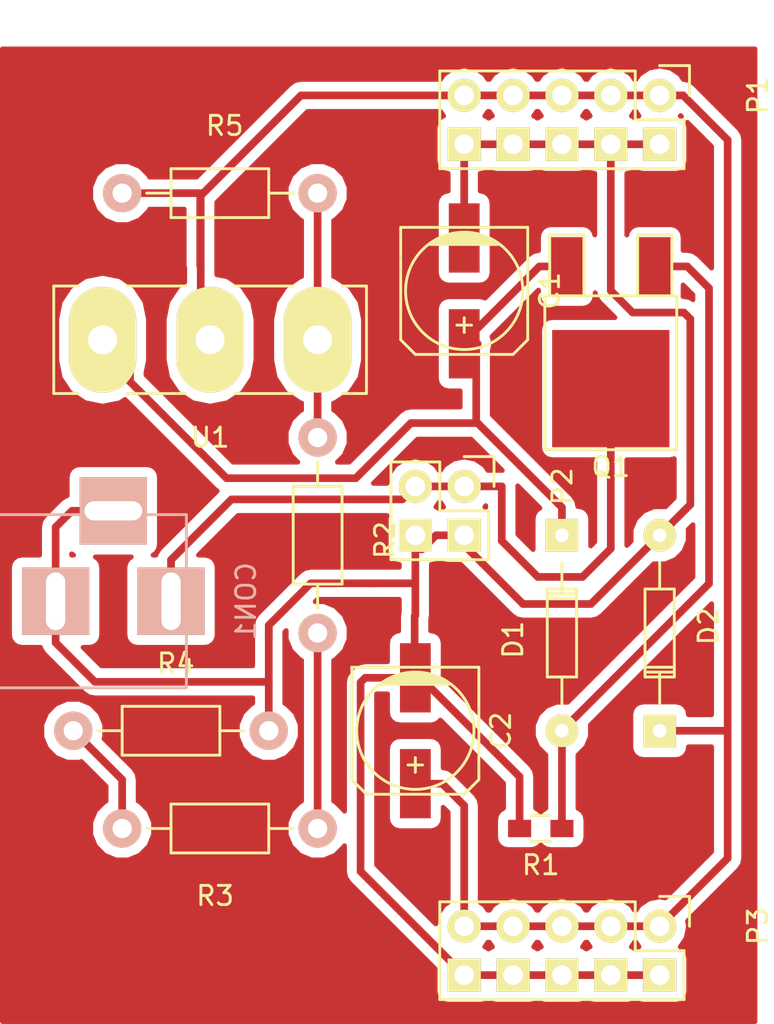
<source format=kicad_pcb>
(kicad_pcb (version 4) (host pcbnew 4.0.2+dfsg1-stable)

  (general
    (links 43)
    (no_connects 1)
    (area 135.684379 74.701666 181.535 128.498333)
    (thickness 1.6)
    (drawings 0)
    (tracks 120)
    (zones 0)
    (modules 15)
    (nets 9)
  )

  (page A4)
  (layers
    (0 F.Cu signal)
    (31 B.Cu signal hide)
    (32 B.Adhes user)
    (33 F.Adhes user)
    (34 B.Paste user)
    (35 F.Paste user)
    (36 B.SilkS user)
    (37 F.SilkS user)
    (38 B.Mask user)
    (39 F.Mask user)
    (40 Dwgs.User user)
    (41 Cmts.User user)
    (42 Eco1.User user)
    (43 Eco2.User user)
    (44 Edge.Cuts user)
    (45 Margin user)
    (46 B.CrtYd user)
    (47 F.CrtYd user)
    (48 B.Fab user)
    (49 F.Fab user)
  )

  (setup
    (last_trace_width 0.4)
    (trace_clearance 0.4)
    (zone_clearance 0.508)
    (zone_45_only no)
    (trace_min 0.2)
    (segment_width 0.2)
    (edge_width 0.15)
    (via_size 0.6)
    (via_drill 0.4)
    (via_min_size 0.4)
    (via_min_drill 0.3)
    (uvia_size 0.3)
    (uvia_drill 0.1)
    (uvias_allowed no)
    (uvia_min_size 0.2)
    (uvia_min_drill 0.1)
    (pcb_text_width 0.3)
    (pcb_text_size 1.5 1.5)
    (mod_edge_width 0.15)
    (mod_text_size 1 1)
    (mod_text_width 0.15)
    (pad_size 1.651 3.048)
    (pad_drill 0)
    (pad_to_mask_clearance 0.2)
    (aux_axis_origin 0 0)
    (visible_elements FFFFFF7F)
    (pcbplotparams
      (layerselection 0x00000_00000001)
      (usegerberextensions false)
      (excludeedgelayer true)
      (linewidth 0.100000)
      (plotframeref false)
      (viasonmask false)
      (mode 1)
      (useauxorigin false)
      (hpglpennumber 1)
      (hpglpenspeed 20)
      (hpglpendiameter 15)
      (hpglpenoverlay 2)
      (psnegative false)
      (psa4output false)
      (plotreference true)
      (plotvalue true)
      (plotinvisibletext false)
      (padsonsilk false)
      (subtractmaskfromsilk false)
      (outputformat 4)
      (mirror true)
      (drillshape 1)
      (scaleselection 1)
      (outputdirectory ""))
  )

  (net 0 "")
  (net 1 "Net-(C1-Pad1)")
  (net 2 GND)
  (net 3 "Net-(C2-Pad1)")
  (net 4 "Net-(D1-Pad2)")
  (net 5 VCC)
  (net 6 "Net-(R2-Pad1)")
  (net 7 "Net-(R2-Pad2)")
  (net 8 "Net-(R3-Pad2)")

  (net_class Default "This is the default net class."
    (clearance 0.4)
    (trace_width 0.4)
    (via_dia 0.6)
    (via_drill 0.4)
    (uvia_dia 0.3)
    (uvia_drill 0.1)
    (add_net GND)
    (add_net "Net-(C1-Pad1)")
    (add_net "Net-(C2-Pad1)")
    (add_net "Net-(D1-Pad2)")
    (add_net "Net-(R2-Pad1)")
    (add_net "Net-(R2-Pad2)")
    (add_net "Net-(R3-Pad2)")
    (add_net VCC)
  )

  (module Capacitors_SMD:c_elec_6.3x5.3 (layer F.Cu) (tedit 55725E31) (tstamp 5AAB3AA7)
    (at 165.1 90.17 270)
    (descr "SMT capacitor, aluminium electrolytic, 6.3x5.3")
    (path /5AA2005A)
    (attr smd)
    (fp_text reference C1 (at 0 -4.445 270) (layer F.SilkS)
      (effects (font (size 1 1) (thickness 0.15)))
    )
    (fp_text value "100 µF" (at 0 4.445 270) (layer F.Fab)
      (effects (font (size 1 1) (thickness 0.15)))
    )
    (fp_line (start -4.85 -3.65) (end 4.85 -3.65) (layer F.CrtYd) (width 0.05))
    (fp_line (start 4.85 -3.65) (end 4.85 3.65) (layer F.CrtYd) (width 0.05))
    (fp_line (start 4.85 3.65) (end -4.85 3.65) (layer F.CrtYd) (width 0.05))
    (fp_line (start -4.85 3.65) (end -4.85 -3.65) (layer F.CrtYd) (width 0.05))
    (fp_line (start -2.921 -0.762) (end -2.921 0.762) (layer F.SilkS) (width 0.15))
    (fp_line (start -2.794 1.143) (end -2.794 -1.143) (layer F.SilkS) (width 0.15))
    (fp_line (start -2.667 -1.397) (end -2.667 1.397) (layer F.SilkS) (width 0.15))
    (fp_line (start -2.54 1.651) (end -2.54 -1.651) (layer F.SilkS) (width 0.15))
    (fp_line (start -2.413 -1.778) (end -2.413 1.778) (layer F.SilkS) (width 0.15))
    (fp_line (start -3.302 -3.302) (end -3.302 3.302) (layer F.SilkS) (width 0.15))
    (fp_line (start -3.302 3.302) (end 2.54 3.302) (layer F.SilkS) (width 0.15))
    (fp_line (start 2.54 3.302) (end 3.302 2.54) (layer F.SilkS) (width 0.15))
    (fp_line (start 3.302 2.54) (end 3.302 -2.54) (layer F.SilkS) (width 0.15))
    (fp_line (start 3.302 -2.54) (end 2.54 -3.302) (layer F.SilkS) (width 0.15))
    (fp_line (start 2.54 -3.302) (end -3.302 -3.302) (layer F.SilkS) (width 0.15))
    (fp_line (start 2.159 0) (end 1.397 0) (layer F.SilkS) (width 0.15))
    (fp_line (start 1.778 -0.381) (end 1.778 0.381) (layer F.SilkS) (width 0.15))
    (fp_circle (center 0 0) (end -3.048 0) (layer F.SilkS) (width 0.15))
    (pad 1 smd rect (at 2.75082 0 270) (size 3.59918 1.6002) (layers F.Cu F.Paste F.Mask)
      (net 1 "Net-(C1-Pad1)"))
    (pad 2 smd rect (at -2.75082 0 270) (size 3.59918 1.6002) (layers F.Cu F.Paste F.Mask)
      (net 2 GND))
    (model Capacitors_SMD.3dshapes/c_elec_6.3x5.3.wrl
      (at (xyz 0 0 0))
      (scale (xyz 1 1 1))
      (rotate (xyz 0 0 0))
    )
  )

  (module Capacitors_SMD:c_elec_6.3x5.3 (layer F.Cu) (tedit 55725E31) (tstamp 5AAB3AAD)
    (at 162.56 113.03 270)
    (descr "SMT capacitor, aluminium electrolytic, 6.3x5.3")
    (path /5AA200EB)
    (attr smd)
    (fp_text reference C2 (at 0 -4.445 270) (layer F.SilkS)
      (effects (font (size 1 1) (thickness 0.15)))
    )
    (fp_text value "100 µF" (at 0 4.445 270) (layer F.Fab)
      (effects (font (size 1 1) (thickness 0.15)))
    )
    (fp_line (start -4.85 -3.65) (end 4.85 -3.65) (layer F.CrtYd) (width 0.05))
    (fp_line (start 4.85 -3.65) (end 4.85 3.65) (layer F.CrtYd) (width 0.05))
    (fp_line (start 4.85 3.65) (end -4.85 3.65) (layer F.CrtYd) (width 0.05))
    (fp_line (start -4.85 3.65) (end -4.85 -3.65) (layer F.CrtYd) (width 0.05))
    (fp_line (start -2.921 -0.762) (end -2.921 0.762) (layer F.SilkS) (width 0.15))
    (fp_line (start -2.794 1.143) (end -2.794 -1.143) (layer F.SilkS) (width 0.15))
    (fp_line (start -2.667 -1.397) (end -2.667 1.397) (layer F.SilkS) (width 0.15))
    (fp_line (start -2.54 1.651) (end -2.54 -1.651) (layer F.SilkS) (width 0.15))
    (fp_line (start -2.413 -1.778) (end -2.413 1.778) (layer F.SilkS) (width 0.15))
    (fp_line (start -3.302 -3.302) (end -3.302 3.302) (layer F.SilkS) (width 0.15))
    (fp_line (start -3.302 3.302) (end 2.54 3.302) (layer F.SilkS) (width 0.15))
    (fp_line (start 2.54 3.302) (end 3.302 2.54) (layer F.SilkS) (width 0.15))
    (fp_line (start 3.302 2.54) (end 3.302 -2.54) (layer F.SilkS) (width 0.15))
    (fp_line (start 3.302 -2.54) (end 2.54 -3.302) (layer F.SilkS) (width 0.15))
    (fp_line (start 2.54 -3.302) (end -3.302 -3.302) (layer F.SilkS) (width 0.15))
    (fp_line (start 2.159 0) (end 1.397 0) (layer F.SilkS) (width 0.15))
    (fp_line (start 1.778 -0.381) (end 1.778 0.381) (layer F.SilkS) (width 0.15))
    (fp_circle (center 0 0) (end -3.048 0) (layer F.SilkS) (width 0.15))
    (pad 1 smd rect (at 2.75082 0 270) (size 3.59918 1.6002) (layers F.Cu F.Paste F.Mask)
      (net 3 "Net-(C2-Pad1)"))
    (pad 2 smd rect (at -2.75082 0 270) (size 3.59918 1.6002) (layers F.Cu F.Paste F.Mask)
      (net 2 GND))
    (model Capacitors_SMD.3dshapes/c_elec_6.3x5.3.wrl
      (at (xyz 0 0 0))
      (scale (xyz 1 1 1))
      (rotate (xyz 0 0 0))
    )
  )

  (module Connect:BARREL_JACK (layer B.Cu) (tedit 0) (tstamp 5AAB3AB4)
    (at 143.66 106.299)
    (descr "DC Barrel Jack")
    (tags "Power Jack")
    (path /5AA7E818)
    (fp_text reference CON1 (at 10.09904 0 270) (layer B.SilkS)
      (effects (font (size 1 1) (thickness 0.15)) (justify mirror))
    )
    (fp_text value BARREL_JACK (at 0 5.99948) (layer B.Fab)
      (effects (font (size 1 1) (thickness 0.15)) (justify mirror))
    )
    (fp_line (start -4.0005 4.50088) (end -4.0005 -4.50088) (layer B.SilkS) (width 0.15))
    (fp_line (start -7.50062 4.50088) (end -7.50062 -4.50088) (layer B.SilkS) (width 0.15))
    (fp_line (start -7.50062 -4.50088) (end 7.00024 -4.50088) (layer B.SilkS) (width 0.15))
    (fp_line (start 7.00024 -4.50088) (end 7.00024 4.50088) (layer B.SilkS) (width 0.15))
    (fp_line (start 7.00024 4.50088) (end -7.50062 4.50088) (layer B.SilkS) (width 0.15))
    (pad 1 thru_hole rect (at 6.20014 0) (size 3.50012 3.50012) (drill oval 1.00076 2.99974) (layers *.Cu *.Mask B.SilkS)
      (net 5 VCC))
    (pad 2 thru_hole rect (at 0.20066 0) (size 3.50012 3.50012) (drill oval 1.00076 2.99974) (layers *.Cu *.Mask B.SilkS)
      (net 2 GND))
    (pad 3 thru_hole rect (at 3.2004 -4.699) (size 3.50012 3.50012) (drill oval 2.99974 1.00076) (layers *.Cu *.Mask B.SilkS)
      (net 2 GND))
  )

  (module Diodes_ThroughHole:Diode_DO-35_SOD27_Horizontal_RM10 (layer F.Cu) (tedit 552FFC30) (tstamp 5AAB3ABA)
    (at 170.177 102.869 270)
    (descr "Diode, DO-35,  SOD27, Horizontal, RM 10mm")
    (tags "Diode, DO-35, SOD27, Horizontal, RM 10mm, 1N4148,")
    (path /5AA1A9A1)
    (fp_text reference D1 (at 5.43052 2.53746 270) (layer F.SilkS)
      (effects (font (size 1 1) (thickness 0.15)))
    )
    (fp_text value ZPD5.1 (at 4.41452 -3.55854 270) (layer F.Fab)
      (effects (font (size 1 1) (thickness 0.15)))
    )
    (fp_line (start 7.36652 -0.00254) (end 8.76352 -0.00254) (layer F.SilkS) (width 0.15))
    (fp_line (start 2.92152 -0.00254) (end 1.39752 -0.00254) (layer F.SilkS) (width 0.15))
    (fp_line (start 3.30252 -0.76454) (end 3.30252 0.75946) (layer F.SilkS) (width 0.15))
    (fp_line (start 3.04852 -0.76454) (end 3.04852 0.75946) (layer F.SilkS) (width 0.15))
    (fp_line (start 2.79452 -0.00254) (end 2.79452 0.75946) (layer F.SilkS) (width 0.15))
    (fp_line (start 2.79452 0.75946) (end 7.36652 0.75946) (layer F.SilkS) (width 0.15))
    (fp_line (start 7.36652 0.75946) (end 7.36652 -0.76454) (layer F.SilkS) (width 0.15))
    (fp_line (start 7.36652 -0.76454) (end 2.79452 -0.76454) (layer F.SilkS) (width 0.15))
    (fp_line (start 2.79452 -0.76454) (end 2.79452 -0.00254) (layer F.SilkS) (width 0.15))
    (pad 2 thru_hole circle (at 10.16052 -0.00254 90) (size 1.69926 1.69926) (drill 0.70104) (layers *.Cu *.Mask F.SilkS)
      (net 4 "Net-(D1-Pad2)"))
    (pad 1 thru_hole rect (at 0.00052 -0.00254 90) (size 1.69926 1.69926) (drill 0.70104) (layers *.Cu *.Mask F.SilkS)
      (net 1 "Net-(C1-Pad1)"))
    (model Diodes_ThroughHole.3dshapes/Diode_DO-35_SOD27_Horizontal_RM10.wrl
      (at (xyz 0.2 0 0))
      (scale (xyz 0.4 0.4 0.4))
      (rotate (xyz 0 0 180))
    )
  )

  (module Diodes_ThroughHole:Diode_DO-35_SOD27_Horizontal_RM10 (layer F.Cu) (tedit 552FFC30) (tstamp 5AAB3AC0)
    (at 175.263 113.031 90)
    (descr "Diode, DO-35,  SOD27, Horizontal, RM 10mm")
    (tags "Diode, DO-35, SOD27, Horizontal, RM 10mm, 1N4148,")
    (path /5AAB5CD9)
    (fp_text reference D2 (at 5.43052 2.53746 90) (layer F.SilkS)
      (effects (font (size 1 1) (thickness 0.15)))
    )
    (fp_text value ZPD6.2 (at 4.41452 -5.08254 90) (layer F.Fab)
      (effects (font (size 1 1) (thickness 0.15)))
    )
    (fp_line (start 7.36652 -0.00254) (end 8.76352 -0.00254) (layer F.SilkS) (width 0.15))
    (fp_line (start 2.92152 -0.00254) (end 1.39752 -0.00254) (layer F.SilkS) (width 0.15))
    (fp_line (start 3.30252 -0.76454) (end 3.30252 0.75946) (layer F.SilkS) (width 0.15))
    (fp_line (start 3.04852 -0.76454) (end 3.04852 0.75946) (layer F.SilkS) (width 0.15))
    (fp_line (start 2.79452 -0.00254) (end 2.79452 0.75946) (layer F.SilkS) (width 0.15))
    (fp_line (start 2.79452 0.75946) (end 7.36652 0.75946) (layer F.SilkS) (width 0.15))
    (fp_line (start 7.36652 0.75946) (end 7.36652 -0.76454) (layer F.SilkS) (width 0.15))
    (fp_line (start 7.36652 -0.76454) (end 2.79452 -0.76454) (layer F.SilkS) (width 0.15))
    (fp_line (start 2.79452 -0.76454) (end 2.79452 -0.00254) (layer F.SilkS) (width 0.15))
    (pad 2 thru_hole circle (at 10.16052 -0.00254 270) (size 1.69926 1.69926) (drill 0.70104) (layers *.Cu *.Mask F.SilkS)
      (net 2 GND))
    (pad 1 thru_hole rect (at 0.00052 -0.00254 270) (size 1.69926 1.69926) (drill 0.70104) (layers *.Cu *.Mask F.SilkS)
      (net 3 "Net-(C2-Pad1)"))
    (model Diodes_ThroughHole.3dshapes/Diode_DO-35_SOD27_Horizontal_RM10.wrl
      (at (xyz 0.2 0 0))
      (scale (xyz 0.4 0.4 0.4))
      (rotate (xyz 0 0 180))
    )
  )

  (module Pin_Headers:Pin_Header_Straight_2x05 (layer F.Cu) (tedit 5AAB3B93) (tstamp 5AAB3ACE)
    (at 175.26 80.01 270)
    (descr "Through hole pin header")
    (tags "pin header")
    (path /5AAB5FCD)
    (fp_text reference P1 (at 0 -5.1 270) (layer F.SilkS)
      (effects (font (size 1 1) (thickness 0.15)))
    )
    (fp_text value CONN_02X05 (at 0 -3.1 270) (layer F.Fab)
      (effects (font (size 1 1) (thickness 0.15)))
    )
    (fp_line (start -1.75 -1.75) (end -1.75 11.95) (layer F.CrtYd) (width 0.05))
    (fp_line (start 4.3 -1.75) (end 4.3 11.95) (layer F.CrtYd) (width 0.05))
    (fp_line (start -1.75 -1.75) (end 4.3 -1.75) (layer F.CrtYd) (width 0.05))
    (fp_line (start -1.75 11.95) (end 4.3 11.95) (layer F.CrtYd) (width 0.05))
    (fp_line (start 3.81 -1.27) (end 3.81 11.43) (layer F.SilkS) (width 0.15))
    (fp_line (start 3.81 11.43) (end -1.27 11.43) (layer F.SilkS) (width 0.15))
    (fp_line (start -1.27 11.43) (end -1.27 1.27) (layer F.SilkS) (width 0.15))
    (fp_line (start 3.81 -1.27) (end 1.27 -1.27) (layer F.SilkS) (width 0.15))
    (fp_line (start 0 -1.55) (end -1.55 -1.55) (layer F.SilkS) (width 0.15))
    (fp_line (start 1.27 -1.27) (end 1.27 1.27) (layer F.SilkS) (width 0.15))
    (fp_line (start 1.27 1.27) (end -1.27 1.27) (layer F.SilkS) (width 0.15))
    (fp_line (start -1.55 -1.55) (end -1.55 0) (layer F.SilkS) (width 0.15))
    (pad 1 thru_hole oval (at 0 0 270) (size 1.7272 1.7272) (drill 1.016) (layers *.Cu *.Mask F.SilkS)
      (net 3 "Net-(C2-Pad1)"))
    (pad 2 thru_hole rect (at 2.54 0 270) (size 1.7272 1.7272) (drill 1.016) (layers *.Cu *.Mask F.SilkS)
      (net 2 GND))
    (pad 3 thru_hole oval (at 0 2.54 270) (size 1.7272 1.7272) (drill 1.016) (layers *.Cu *.Mask F.SilkS)
      (net 3 "Net-(C2-Pad1)"))
    (pad 4 thru_hole rect (at 2.54 2.54 270) (size 1.7272 1.7272) (drill 1.016) (layers *.Cu *.Mask F.SilkS)
      (net 2 GND))
    (pad 5 thru_hole oval (at 0 5.08 270) (size 1.7272 1.7272) (drill 1.016) (layers *.Cu *.Mask F.SilkS)
      (net 3 "Net-(C2-Pad1)"))
    (pad 6 thru_hole rect (at 2.54 5.08 270) (size 1.7272 1.7272) (drill 1.016) (layers *.Cu *.Mask F.SilkS)
      (net 2 GND))
    (pad 7 thru_hole oval (at 0 7.62 270) (size 1.7272 1.7272) (drill 1.016) (layers *.Cu *.Mask F.SilkS)
      (net 3 "Net-(C2-Pad1)"))
    (pad 8 thru_hole rect (at 2.54 7.62 270) (size 1.7272 1.7272) (drill 1.016) (layers *.Cu *.Mask F.SilkS)
      (net 2 GND))
    (pad 9 thru_hole oval (at 0 10.16 270) (size 1.7272 1.7272) (drill 1.016) (layers *.Cu *.Mask F.SilkS)
      (net 3 "Net-(C2-Pad1)"))
    (pad 10 thru_hole rect (at 2.54 10.16 270) (size 1.7272 1.7272) (drill 1.016) (layers *.Cu *.Mask F.SilkS)
      (net 2 GND))
    (model Pin_Headers.3dshapes/Pin_Header_Straight_2x05.wrl
      (at (xyz 0.05 -0.2 0))
      (scale (xyz 1 1 1))
      (rotate (xyz 0 0 90))
    )
  )

  (module Pin_Headers:Pin_Header_Straight_2x02 (layer F.Cu) (tedit 5AAB3DEB) (tstamp 5AAB3AD6)
    (at 165.1 100.33 270)
    (descr "Through hole pin header")
    (tags "pin header")
    (path /5AA1AE06)
    (fp_text reference P2 (at 0 -5.1 270) (layer F.SilkS)
      (effects (font (size 1 1) (thickness 0.15)))
    )
    (fp_text value CONN_02X02 (at 0 -3.1 270) (layer F.Fab)
      (effects (font (size 1 1) (thickness 0.15)))
    )
    (fp_line (start -1.75 -1.75) (end -1.75 4.3) (layer F.CrtYd) (width 0.05))
    (fp_line (start 4.3 -1.75) (end 4.3 4.3) (layer F.CrtYd) (width 0.05))
    (fp_line (start -1.75 -1.75) (end 4.3 -1.75) (layer F.CrtYd) (width 0.05))
    (fp_line (start -1.75 4.3) (end 4.3 4.3) (layer F.CrtYd) (width 0.05))
    (fp_line (start -1.55 0) (end -1.55 -1.55) (layer F.SilkS) (width 0.15))
    (fp_line (start 0 -1.55) (end -1.55 -1.55) (layer F.SilkS) (width 0.15))
    (fp_line (start -1.27 1.27) (end 1.27 1.27) (layer F.SilkS) (width 0.15))
    (fp_line (start 1.27 1.27) (end 1.27 -1.27) (layer F.SilkS) (width 0.15))
    (fp_line (start 1.27 -1.27) (end 3.81 -1.27) (layer F.SilkS) (width 0.15))
    (fp_line (start 3.81 -1.27) (end 3.81 3.81) (layer F.SilkS) (width 0.15))
    (fp_line (start 3.81 3.81) (end -1.27 3.81) (layer F.SilkS) (width 0.15))
    (fp_line (start -1.27 3.81) (end -1.27 1.27) (layer F.SilkS) (width 0.15))
    (pad 1 thru_hole oval (at 0 0 270) (size 1.7272 1.7272) (drill 1.016) (layers *.Cu *.Mask F.SilkS)
      (net 5 VCC))
    (pad 2 thru_hole rect (at 2.54 0 270) (size 1.7272 1.7272) (drill 1.016) (layers *.Cu *.Mask F.SilkS)
      (net 2 GND))
    (pad 3 thru_hole oval (at 0 2.54 270) (size 1.7272 1.7272) (drill 1.016) (layers *.Cu *.Mask F.SilkS)
      (net 5 VCC))
    (pad 4 thru_hole rect (at 2.54 2.54 270) (size 1.7272 1.7272) (drill 1.016) (layers *.Cu *.Mask F.SilkS)
      (net 2 GND))
    (model Pin_Headers.3dshapes/Pin_Header_Straight_2x02.wrl
      (at (xyz 0.05 -0.05 0))
      (scale (xyz 1 1 1))
      (rotate (xyz 0 0 90))
    )
  )

  (module Pin_Headers:Pin_Header_Straight_2x05 (layer F.Cu) (tedit 5AAB3B9A) (tstamp 5AAB3AE4)
    (at 175.26 123.19 270)
    (descr "Through hole pin header")
    (tags "pin header")
    (path /5AAB60F2)
    (fp_text reference P3 (at 0 -5.1 270) (layer F.SilkS)
      (effects (font (size 1 1) (thickness 0.15)))
    )
    (fp_text value CONN_02X05 (at 0 -3.1 270) (layer F.Fab)
      (effects (font (size 1 1) (thickness 0.15)))
    )
    (fp_line (start -1.75 -1.75) (end -1.75 11.95) (layer F.CrtYd) (width 0.05))
    (fp_line (start 4.3 -1.75) (end 4.3 11.95) (layer F.CrtYd) (width 0.05))
    (fp_line (start -1.75 -1.75) (end 4.3 -1.75) (layer F.CrtYd) (width 0.05))
    (fp_line (start -1.75 11.95) (end 4.3 11.95) (layer F.CrtYd) (width 0.05))
    (fp_line (start 3.81 -1.27) (end 3.81 11.43) (layer F.SilkS) (width 0.15))
    (fp_line (start 3.81 11.43) (end -1.27 11.43) (layer F.SilkS) (width 0.15))
    (fp_line (start -1.27 11.43) (end -1.27 1.27) (layer F.SilkS) (width 0.15))
    (fp_line (start 3.81 -1.27) (end 1.27 -1.27) (layer F.SilkS) (width 0.15))
    (fp_line (start 0 -1.55) (end -1.55 -1.55) (layer F.SilkS) (width 0.15))
    (fp_line (start 1.27 -1.27) (end 1.27 1.27) (layer F.SilkS) (width 0.15))
    (fp_line (start 1.27 1.27) (end -1.27 1.27) (layer F.SilkS) (width 0.15))
    (fp_line (start -1.55 -1.55) (end -1.55 0) (layer F.SilkS) (width 0.15))
    (pad 1 thru_hole oval (at 0 0 270) (size 1.7272 1.7272) (drill 1.016) (layers *.Cu *.Mask F.SilkS)
      (net 3 "Net-(C2-Pad1)"))
    (pad 2 thru_hole rect (at 2.54 0 270) (size 1.7272 1.7272) (drill 1.016) (layers *.Cu *.Mask F.SilkS)
      (net 2 GND))
    (pad 3 thru_hole oval (at 0 2.54 270) (size 1.7272 1.7272) (drill 1.016) (layers *.Cu *.Mask F.SilkS)
      (net 3 "Net-(C2-Pad1)"))
    (pad 4 thru_hole rect (at 2.54 2.54 270) (size 1.7272 1.7272) (drill 1.016) (layers *.Cu *.Mask F.SilkS)
      (net 2 GND))
    (pad 5 thru_hole oval (at 0 5.08 270) (size 1.7272 1.7272) (drill 1.016) (layers *.Cu *.Mask F.SilkS)
      (net 3 "Net-(C2-Pad1)"))
    (pad 6 thru_hole rect (at 2.54 5.08 270) (size 1.7272 1.7272) (drill 1.016) (layers *.Cu *.Mask F.SilkS)
      (net 2 GND))
    (pad 7 thru_hole oval (at 0 7.62 270) (size 1.7272 1.7272) (drill 1.016) (layers *.Cu *.Mask F.SilkS)
      (net 3 "Net-(C2-Pad1)"))
    (pad 8 thru_hole rect (at 2.54 7.62 270) (size 1.7272 1.7272) (drill 1.016) (layers *.Cu *.Mask F.SilkS)
      (net 2 GND))
    (pad 9 thru_hole oval (at 0 10.16 270) (size 1.7272 1.7272) (drill 1.016) (layers *.Cu *.Mask F.SilkS)
      (net 3 "Net-(C2-Pad1)"))
    (pad 10 thru_hole rect (at 2.54 10.16 270) (size 1.7272 1.7272) (drill 1.016) (layers *.Cu *.Mask F.SilkS)
      (net 2 GND))
    (model Pin_Headers.3dshapes/Pin_Header_Straight_2x05.wrl
      (at (xyz 0.05 -0.2 0))
      (scale (xyz 1 1 1))
      (rotate (xyz 0 0 90))
    )
  )

  (module TO_SOT_Packages_SMD:TO-252-2Lead (layer F.Cu) (tedit 5AAB4478) (tstamp 5AAB3AEB)
    (at 172.72 88.9 180)
    (descr "DPAK / TO-252 2-lead smd package")
    (tags "dpak TO-252")
    (path /5AA1A8CA)
    (attr smd)
    (fp_text reference Q1 (at 0 -10.414 180) (layer F.SilkS)
      (effects (font (size 1 1) (thickness 0.15)))
    )
    (fp_text value FR5305 (at 0 -2.413 180) (layer F.Fab)
      (effects (font (size 1 1) (thickness 0.15)))
    )
    (fp_line (start 1.397 -1.524) (end 1.397 1.651) (layer F.SilkS) (width 0.15))
    (fp_line (start 1.397 1.651) (end 3.175 1.651) (layer F.SilkS) (width 0.15))
    (fp_line (start 3.175 1.651) (end 3.175 -1.524) (layer F.SilkS) (width 0.15))
    (fp_line (start -3.175 -1.524) (end -3.175 1.651) (layer F.SilkS) (width 0.15))
    (fp_line (start -3.175 1.651) (end -1.397 1.651) (layer F.SilkS) (width 0.15))
    (fp_line (start -1.397 1.651) (end -1.397 -1.524) (layer F.SilkS) (width 0.15))
    (fp_line (start 3.429 -7.62) (end 3.429 -1.524) (layer F.SilkS) (width 0.15))
    (fp_line (start 3.429 -1.524) (end -3.429 -1.524) (layer F.SilkS) (width 0.15))
    (fp_line (start -3.429 -1.524) (end -3.429 -9.398) (layer F.SilkS) (width 0.15))
    (fp_line (start -3.429 -9.525) (end 3.429 -9.525) (layer F.SilkS) (width 0.15))
    (fp_line (start 3.429 -9.398) (end 3.429 -7.62) (layer F.SilkS) (width 0.15))
    (pad G smd rect (at -2.286 0 180) (size 1.651 3.048) (layers F.Cu F.Paste F.Mask)
      (net 4 "Net-(D1-Pad2)"))
    (pad D smd rect (at 0 -6.35 180) (size 6.096 6.096) (layers F.Cu F.Paste F.Mask)
      (net 5 VCC))
    (pad S smd rect (at 2.286 0 180) (size 1.651 3.048) (layers F.Cu F.Paste F.Mask)
      (net 1 "Net-(C1-Pad1)"))
    (model TO_SOT_Packages_SMD.3dshapes/TO-252-2Lead.wrl
      (at (xyz 0 0 0))
      (scale (xyz 1 1 1))
      (rotate (xyz 0 0 0))
    )
  )

  (module Resistors_SMD:R_0603_HandSoldering (layer F.Cu) (tedit 5418A00F) (tstamp 5AAB3AF1)
    (at 169.08 118.11 180)
    (descr "Resistor SMD 0603, hand soldering")
    (tags "resistor 0603")
    (path /5AA1AA56)
    (attr smd)
    (fp_text reference R1 (at 0 -1.9 180) (layer F.SilkS)
      (effects (font (size 1 1) (thickness 0.15)))
    )
    (fp_text value 100k (at 0 1.9 180) (layer F.Fab)
      (effects (font (size 1 1) (thickness 0.15)))
    )
    (fp_line (start -2 -0.8) (end 2 -0.8) (layer F.CrtYd) (width 0.05))
    (fp_line (start -2 0.8) (end 2 0.8) (layer F.CrtYd) (width 0.05))
    (fp_line (start -2 -0.8) (end -2 0.8) (layer F.CrtYd) (width 0.05))
    (fp_line (start 2 -0.8) (end 2 0.8) (layer F.CrtYd) (width 0.05))
    (fp_line (start 0.5 0.675) (end -0.5 0.675) (layer F.SilkS) (width 0.15))
    (fp_line (start -0.5 -0.675) (end 0.5 -0.675) (layer F.SilkS) (width 0.15))
    (pad 1 smd rect (at -1.1 0 180) (size 1.2 0.9) (layers F.Cu F.Paste F.Mask)
      (net 4 "Net-(D1-Pad2)"))
    (pad 2 smd rect (at 1.1 0 180) (size 1.2 0.9) (layers F.Cu F.Paste F.Mask)
      (net 2 GND))
    (model Resistors_SMD.3dshapes/R_0603_HandSoldering.wrl
      (at (xyz 0 0 0))
      (scale (xyz 1 1 1))
      (rotate (xyz 0 0 0))
    )
  )

  (module Resistors_ThroughHole:Resistor_Horizontal_RM10mm (layer F.Cu) (tedit 56648415) (tstamp 5AAB3AF7)
    (at 157.48 97.79 270)
    (descr "Resistor, Axial,  RM 10mm, 1/3W")
    (tags "Resistor Axial RM 10mm 1/3W")
    (path /5AAB3BE8)
    (fp_text reference R2 (at 5.32892 -3.50012 270) (layer F.SilkS)
      (effects (font (size 1 1) (thickness 0.15)))
    )
    (fp_text value 120 (at 5.08 3.81 270) (layer F.Fab)
      (effects (font (size 1 1) (thickness 0.15)))
    )
    (fp_line (start -1.25 -1.5) (end 11.4 -1.5) (layer F.CrtYd) (width 0.05))
    (fp_line (start -1.25 1.5) (end -1.25 -1.5) (layer F.CrtYd) (width 0.05))
    (fp_line (start 11.4 -1.5) (end 11.4 1.5) (layer F.CrtYd) (width 0.05))
    (fp_line (start -1.25 1.5) (end 11.4 1.5) (layer F.CrtYd) (width 0.05))
    (fp_line (start 2.54 -1.27) (end 7.62 -1.27) (layer F.SilkS) (width 0.15))
    (fp_line (start 7.62 -1.27) (end 7.62 1.27) (layer F.SilkS) (width 0.15))
    (fp_line (start 7.62 1.27) (end 2.54 1.27) (layer F.SilkS) (width 0.15))
    (fp_line (start 2.54 1.27) (end 2.54 -1.27) (layer F.SilkS) (width 0.15))
    (fp_line (start 2.54 0) (end 1.27 0) (layer F.SilkS) (width 0.15))
    (fp_line (start 7.62 0) (end 8.89 0) (layer F.SilkS) (width 0.15))
    (pad 1 thru_hole circle (at 0 0 270) (size 1.99898 1.99898) (drill 1.00076) (layers *.Cu *.SilkS *.Mask)
      (net 6 "Net-(R2-Pad1)"))
    (pad 2 thru_hole circle (at 10.16 0 270) (size 1.99898 1.99898) (drill 1.00076) (layers *.Cu *.SilkS *.Mask)
      (net 7 "Net-(R2-Pad2)"))
    (model Resistors_ThroughHole.3dshapes/Resistor_Horizontal_RM10mm.wrl
      (at (xyz 0 0 0))
      (scale (xyz 0.4 0.4 0.4))
      (rotate (xyz 0 0 0))
    )
  )

  (module Resistors_ThroughHole:Resistor_Horizontal_RM10mm (layer F.Cu) (tedit 56648415) (tstamp 5AAB3AFD)
    (at 157.48 118.11 180)
    (descr "Resistor, Axial,  RM 10mm, 1/3W")
    (tags "Resistor Axial RM 10mm 1/3W")
    (path /5AAB3C4C)
    (fp_text reference R3 (at 5.32892 -3.50012 180) (layer F.SilkS)
      (effects (font (size 1 1) (thickness 0.15)))
    )
    (fp_text value 120 (at 5.08 3.81 180) (layer F.Fab)
      (effects (font (size 1 1) (thickness 0.15)))
    )
    (fp_line (start -1.25 -1.5) (end 11.4 -1.5) (layer F.CrtYd) (width 0.05))
    (fp_line (start -1.25 1.5) (end -1.25 -1.5) (layer F.CrtYd) (width 0.05))
    (fp_line (start 11.4 -1.5) (end 11.4 1.5) (layer F.CrtYd) (width 0.05))
    (fp_line (start -1.25 1.5) (end 11.4 1.5) (layer F.CrtYd) (width 0.05))
    (fp_line (start 2.54 -1.27) (end 7.62 -1.27) (layer F.SilkS) (width 0.15))
    (fp_line (start 7.62 -1.27) (end 7.62 1.27) (layer F.SilkS) (width 0.15))
    (fp_line (start 7.62 1.27) (end 2.54 1.27) (layer F.SilkS) (width 0.15))
    (fp_line (start 2.54 1.27) (end 2.54 -1.27) (layer F.SilkS) (width 0.15))
    (fp_line (start 2.54 0) (end 1.27 0) (layer F.SilkS) (width 0.15))
    (fp_line (start 7.62 0) (end 8.89 0) (layer F.SilkS) (width 0.15))
    (pad 1 thru_hole circle (at 0 0 180) (size 1.99898 1.99898) (drill 1.00076) (layers *.Cu *.SilkS *.Mask)
      (net 7 "Net-(R2-Pad2)"))
    (pad 2 thru_hole circle (at 10.16 0 180) (size 1.99898 1.99898) (drill 1.00076) (layers *.Cu *.SilkS *.Mask)
      (net 8 "Net-(R3-Pad2)"))
    (model Resistors_ThroughHole.3dshapes/Resistor_Horizontal_RM10mm.wrl
      (at (xyz 0 0 0))
      (scale (xyz 0.4 0.4 0.4))
      (rotate (xyz 0 0 0))
    )
  )

  (module Resistors_ThroughHole:Resistor_Horizontal_RM10mm (layer F.Cu) (tedit 56648415) (tstamp 5AAB3B03)
    (at 144.78 113.03)
    (descr "Resistor, Axial,  RM 10mm, 1/3W")
    (tags "Resistor Axial RM 10mm 1/3W")
    (path /5AAB3D28)
    (fp_text reference R4 (at 5.32892 -3.50012) (layer F.SilkS)
      (effects (font (size 1 1) (thickness 0.15)))
    )
    (fp_text value 120 (at 5.08 3.81) (layer F.Fab)
      (effects (font (size 1 1) (thickness 0.15)))
    )
    (fp_line (start -1.25 -1.5) (end 11.4 -1.5) (layer F.CrtYd) (width 0.05))
    (fp_line (start -1.25 1.5) (end -1.25 -1.5) (layer F.CrtYd) (width 0.05))
    (fp_line (start 11.4 -1.5) (end 11.4 1.5) (layer F.CrtYd) (width 0.05))
    (fp_line (start -1.25 1.5) (end 11.4 1.5) (layer F.CrtYd) (width 0.05))
    (fp_line (start 2.54 -1.27) (end 7.62 -1.27) (layer F.SilkS) (width 0.15))
    (fp_line (start 7.62 -1.27) (end 7.62 1.27) (layer F.SilkS) (width 0.15))
    (fp_line (start 7.62 1.27) (end 2.54 1.27) (layer F.SilkS) (width 0.15))
    (fp_line (start 2.54 1.27) (end 2.54 -1.27) (layer F.SilkS) (width 0.15))
    (fp_line (start 2.54 0) (end 1.27 0) (layer F.SilkS) (width 0.15))
    (fp_line (start 7.62 0) (end 8.89 0) (layer F.SilkS) (width 0.15))
    (pad 1 thru_hole circle (at 0 0) (size 1.99898 1.99898) (drill 1.00076) (layers *.Cu *.SilkS *.Mask)
      (net 8 "Net-(R3-Pad2)"))
    (pad 2 thru_hole circle (at 10.16 0) (size 1.99898 1.99898) (drill 1.00076) (layers *.Cu *.SilkS *.Mask)
      (net 2 GND))
    (model Resistors_ThroughHole.3dshapes/Resistor_Horizontal_RM10mm.wrl
      (at (xyz 0 0 0))
      (scale (xyz 0.4 0.4 0.4))
      (rotate (xyz 0 0 0))
    )
  )

  (module Resistors_ThroughHole:Resistor_Horizontal_RM10mm (layer F.Cu) (tedit 56648415) (tstamp 5AAB3B09)
    (at 147.32 85.09)
    (descr "Resistor, Axial,  RM 10mm, 1/3W")
    (tags "Resistor Axial RM 10mm 1/3W")
    (path /5AAB3487)
    (fp_text reference R5 (at 5.32892 -3.50012) (layer F.SilkS)
      (effects (font (size 1 1) (thickness 0.15)))
    )
    (fp_text value 120 (at 5.08 3.81) (layer F.Fab)
      (effects (font (size 1 1) (thickness 0.15)))
    )
    (fp_line (start -1.25 -1.5) (end 11.4 -1.5) (layer F.CrtYd) (width 0.05))
    (fp_line (start -1.25 1.5) (end -1.25 -1.5) (layer F.CrtYd) (width 0.05))
    (fp_line (start 11.4 -1.5) (end 11.4 1.5) (layer F.CrtYd) (width 0.05))
    (fp_line (start -1.25 1.5) (end 11.4 1.5) (layer F.CrtYd) (width 0.05))
    (fp_line (start 2.54 -1.27) (end 7.62 -1.27) (layer F.SilkS) (width 0.15))
    (fp_line (start 7.62 -1.27) (end 7.62 1.27) (layer F.SilkS) (width 0.15))
    (fp_line (start 7.62 1.27) (end 2.54 1.27) (layer F.SilkS) (width 0.15))
    (fp_line (start 2.54 1.27) (end 2.54 -1.27) (layer F.SilkS) (width 0.15))
    (fp_line (start 2.54 0) (end 1.27 0) (layer F.SilkS) (width 0.15))
    (fp_line (start 7.62 0) (end 8.89 0) (layer F.SilkS) (width 0.15))
    (pad 1 thru_hole circle (at 0 0) (size 1.99898 1.99898) (drill 1.00076) (layers *.Cu *.SilkS *.Mask)
      (net 3 "Net-(C2-Pad1)"))
    (pad 2 thru_hole circle (at 10.16 0) (size 1.99898 1.99898) (drill 1.00076) (layers *.Cu *.SilkS *.Mask)
      (net 6 "Net-(R2-Pad1)"))
    (model Resistors_ThroughHole.3dshapes/Resistor_Horizontal_RM10mm.wrl
      (at (xyz 0 0 0))
      (scale (xyz 0.4 0.4 0.4))
      (rotate (xyz 0 0 0))
    )
  )

  (module TO_SOT_Packages_THT:TO-247_Vertical_Neutral123_largePads (layer F.Cu) (tedit 5AAB3F45) (tstamp 5AAB3B10)
    (at 151.892 92.71 180)
    (descr "TO-247 TO-218 TOP-3 FET 1=Gate 2=Drain 3=Source Vertical, large Pads")
    (tags "Transistor FET TO-247 TO-218 TOP-3 Vertical")
    (path /5AAB33D6)
    (fp_text reference U1 (at 0 -5.08 180) (layer F.SilkS)
      (effects (font (size 1 1) (thickness 0.15)))
    )
    (fp_text value LT1084 (at -1.016 8.128 180) (layer F.Fab)
      (effects (font (size 1 1) (thickness 0.15)))
    )
    (fp_line (start 6.858 2.794) (end 8.128 2.794) (layer F.SilkS) (width 0.15))
    (fp_line (start 1.27 2.794) (end 4.318 2.794) (layer F.SilkS) (width 0.15))
    (fp_line (start -4.318 2.794) (end -1.27 2.794) (layer F.SilkS) (width 0.15))
    (fp_line (start -6.858 2.794) (end -8.128 2.794) (layer F.SilkS) (width 0.15))
    (fp_line (start 6.858 -2.794) (end 8.128 -2.794) (layer F.SilkS) (width 0.15))
    (fp_line (start 1.27 -2.794) (end 4.318 -2.794) (layer F.SilkS) (width 0.15))
    (fp_line (start -4.318 -2.794) (end -1.27 -2.794) (layer F.SilkS) (width 0.15))
    (fp_line (start -6.858 -2.794) (end -8.128 -2.794) (layer F.SilkS) (width 0.15))
    (fp_line (start 8.128 2.794) (end 8.128 -2.794) (layer F.SilkS) (width 0.15))
    (fp_line (start -8.128 -2.794) (end -8.128 2.794) (layer F.SilkS) (width 0.15))
    (pad OUT thru_hole oval (at 0 0 270) (size 5.50164 3.50012) (drill 1.50114) (layers *.Cu *.Mask F.SilkS)
      (net 3 "Net-(C2-Pad1)"))
    (pad ADJ thru_hole oval (at -5.588 0 270) (size 5.50164 3.50012) (drill 1.50114) (layers *.Cu *.Mask F.SilkS)
      (net 6 "Net-(R2-Pad1)"))
    (pad IN thru_hole oval (at 5.588 0 270) (size 5.50164 3.50012) (drill 1.50114) (layers *.Cu *.Mask F.SilkS)
      (net 1 "Net-(C1-Pad1)"))
  )

  (segment (start 146.304 92.71) (end 147.726066 92.71) (width 0.4) (layer F.Cu) (net 1))
  (segment (start 147.726066 94.886745) (end 152.742577 99.903256) (width 0.4) (layer F.Cu) (net 1))
  (segment (start 147.726066 92.71) (end 147.726066 94.886745) (width 0.4) (layer F.Cu) (net 1))
  (segment (start 152.742577 99.903256) (end 159.466275 99.903256) (width 0.4) (layer F.Cu) (net 1))
  (segment (start 159.466275 99.903256) (end 162.329231 97.0403) (width 0.4) (layer F.Cu) (net 1))
  (segment (start 162.329231 97.0403) (end 165.8002 97.0403) (width 0.4) (layer F.Cu) (net 1))
  (segment (start 165.8002 92.9208) (end 165.72439 92.99661) (width 0.4) (layer F.Cu) (net 1))
  (segment (start 165.72439 92.99661) (end 165.72439 96.96449) (width 0.4) (layer F.Cu) (net 1))
  (segment (start 165.72439 96.96449) (end 165.8002 97.0403) (width 0.4) (layer F.Cu) (net 1))
  (segment (start 165.8002 92.9208) (end 165.307612 92.9208) (width 0.4) (layer F.Cu) (net 1))
  (segment (start 165.307612 92.9208) (end 165.307612 92.600588) (width 0.4) (layer F.Cu) (net 1))
  (segment (start 169.0082 88.9) (end 170.434 88.9) (width 0.4) (layer F.Cu) (net 1))
  (segment (start 165.307612 92.600588) (end 169.0082 88.9) (width 0.4) (layer F.Cu) (net 1))
  (segment (start 165.1 92.9208) (end 165.8002 92.9208) (width 0.4) (layer F.Cu) (net 1))
  (segment (start 170.1795 102.8695) (end 170.1795 101.4196) (width 0.4) (layer F.Cu) (net 1))
  (segment (start 165.8002 97.0403) (end 170.1795 101.4196) (width 0.4) (layer F.Cu) (net 1))
  (segment (start 154.94 113.03) (end 154.94 110.49) (width 0.4) (layer F.Cu) (net 2))
  (segment (start 145.9016 110.49) (end 154.94 110.49) (width 0.4) (layer F.Cu) (net 2))
  (segment (start 154.94 110.49) (end 154.94 108.2275) (width 0.4) (layer F.Cu) (net 2))
  (segment (start 143.86066 106.299) (end 143.86066 108.44906) (width 0.4) (layer F.Cu) (net 2))
  (segment (start 143.86066 108.44906) (end 145.9016 110.49) (width 0.4) (layer F.Cu) (net 2))
  (segment (start 146.8604 101.6) (end 144.71034 101.6) (width 0.4) (layer F.Cu) (net 2))
  (segment (start 144.71034 101.6) (end 143.86066 102.44968) (width 0.4) (layer F.Cu) (net 2))
  (segment (start 143.86066 102.44968) (end 143.86066 104.14894) (width 0.4) (layer F.Cu) (net 2))
  (segment (start 143.86066 104.14894) (end 143.86066 106.299) (width 0.4) (layer F.Cu) (net 2))
  (segment (start 164.5823 102.87) (end 168.155612 106.443312) (width 0.4) (layer F.Cu) (net 2))
  (segment (start 171.687688 106.443312) (end 176.85334 101.27766) (width 0.4) (layer F.Cu) (net 2))
  (segment (start 168.155612 106.443312) (end 171.687688 106.443312) (width 0.4) (layer F.Cu) (net 2))
  (segment (start 176.85334 101.27766) (end 176.85334 91.629953) (width 0.4) (layer F.Cu) (net 2))
  (segment (start 176.85334 91.629953) (end 176.519335 91.295948) (width 0.4) (layer F.Cu) (net 2))
  (segment (start 176.519335 91.295948) (end 173.856382 91.295948) (width 0.4) (layer F.Cu) (net 2))
  (segment (start 173.856382 91.295948) (end 172.72 90.159566) (width 0.4) (layer F.Cu) (net 2))
  (segment (start 172.72 90.159566) (end 172.72 82.55) (width 0.4) (layer F.Cu) (net 2))
  (segment (start 162.56 105.41) (end 162.56 107.03706) (width 0.4) (layer F.Cu) (net 2))
  (segment (start 162.56 107.03706) (end 162.52361 107.07345) (width 0.4) (layer F.Cu) (net 2))
  (segment (start 162.52361 107.07345) (end 162.52361 109.945149) (width 0.4) (layer F.Cu) (net 2))
  (segment (start 162.52361 109.945149) (end 162.850843 110.272382) (width 0.4) (layer F.Cu) (net 2))
  (segment (start 162.850843 110.272382) (end 162.844025 110.2792) (width 0.4) (layer F.Cu) (net 2))
  (segment (start 160.02 105.366261) (end 160.7873 105.366261) (width 0.4) (layer F.Cu) (net 2))
  (segment (start 157.123852 105.366261) (end 160.02 105.366261) (width 0.4) (layer F.Cu) (net 2))
  (segment (start 162.56 103.6019) (end 162.56 105.41) (width 0.4) (layer F.Cu) (net 2))
  (segment (start 162.516261 105.366261) (end 162.56 105.41) (width 0.4) (layer F.Cu) (net 2))
  (segment (start 160.02 105.366261) (end 162.516261 105.366261) (width 0.4) (layer F.Cu) (net 2))
  (segment (start 154.94 108.2275) (end 154.94 107.550113) (width 0.4) (layer F.Cu) (net 2))
  (segment (start 154.94 107.550113) (end 157.123852 105.366261) (width 0.4) (layer F.Cu) (net 2))
  (segment (start 159.712468 110.519242) (end 159.95253 110.27918) (width 0.4) (layer F.Cu) (net 2))
  (segment (start 159.95253 110.27918) (end 162.56 110.27918) (width 0.4) (layer F.Cu) (net 2))
  (segment (start 165.1 125.73) (end 159.712468 120.342468) (width 0.4) (layer F.Cu) (net 2))
  (segment (start 159.712468 120.342468) (end 159.712468 110.519242) (width 0.4) (layer F.Cu) (net 2))
  (segment (start 167.98 118.11) (end 167.98 115.418762) (width 0.4) (layer F.Cu) (net 2))
  (segment (start 167.98 115.418762) (end 162.665857 110.104619) (width 0.4) (layer F.Cu) (net 2))
  (segment (start 162.665857 110.104619) (end 162.814484 109.955992) (width 0.4) (layer F.Cu) (net 2))
  (segment (start 162.814484 109.955992) (end 162.814484 110.2792) (width 0.4) (layer F.Cu) (net 2))
  (segment (start 162.56 110.2792) (end 162.530459 110.308741) (width 0.4) (layer F.Cu) (net 2))
  (segment (start 154.94 108.2275) (end 154.94 107.569) (width 0.4) (layer F.Cu) (net 2))
  (segment (start 167.64 125.73) (end 170.18 125.73) (width 0.4) (layer F.Cu) (net 2))
  (segment (start 170.18 125.73) (end 172.72 125.73) (width 0.4) (layer F.Cu) (net 2))
  (segment (start 172.72 125.73) (end 175.26 125.73) (width 0.4) (layer F.Cu) (net 2))
  (segment (start 167.64 125.73) (end 165.1 125.73) (width 0.4) (layer F.Cu) (net 2))
  (segment (start 167.64 82.55) (end 170.18 82.55) (width 0.4) (layer F.Cu) (net 2))
  (segment (start 170.18 82.55) (end 172.72 82.55) (width 0.4) (layer F.Cu) (net 2))
  (segment (start 165.1 82.55) (end 167.64 82.55) (width 0.4) (layer F.Cu) (net 2))
  (segment (start 165.1 82.55) (end 165.1 87.4192) (width 0.4) (layer F.Cu) (net 2))
  (segment (start 175.26 82.55) (end 173.7961 82.55) (width 0.4) (layer F.Cu) (net 2))
  (segment (start 172.72 82.55) (end 173.7961 82.55) (width 0.4) (layer F.Cu) (net 2))
  (segment (start 162.56 102.87) (end 162.56 103.6019) (width 0.4) (layer F.Cu) (net 2))
  (segment (start 162.9042 103.6019) (end 163.6361 102.87) (width 0.4) (layer F.Cu) (net 2))
  (segment (start 162.56 103.6019) (end 162.9042 103.6019) (width 0.4) (layer F.Cu) (net 2))
  (segment (start 164.5822 102.87) (end 164.5823 102.87) (width 0.4) (layer F.Cu) (net 2))
  (segment (start 164.5822 102.87) (end 163.6361 102.87) (width 0.4) (layer F.Cu) (net 2))
  (segment (start 165.1 102.87) (end 164.5823 102.87) (width 0.4) (layer F.Cu) (net 2))
  (segment (start 178.794799 119.655201) (end 178.794799 113.03) (width 0.4) (layer F.Cu) (net 3))
  (segment (start 175.26046 113.03048) (end 178.794319 113.03048) (width 0.4) (layer F.Cu) (net 3))
  (segment (start 178.794799 113.03) (end 178.794799 82.323485) (width 0.4) (layer F.Cu) (net 3))
  (segment (start 178.794319 113.03048) (end 178.794799 113.03) (width 0.4) (layer F.Cu) (net 3))
  (segment (start 175.26 123.19) (end 178.794799 119.655201) (width 0.4) (layer F.Cu) (net 3))
  (segment (start 178.794799 82.323485) (end 176.481314 80.01) (width 0.4) (layer F.Cu) (net 3))
  (segment (start 176.481314 80.01) (end 175.26 80.01) (width 0.4) (layer F.Cu) (net 3))
  (segment (start 151.892 92.71) (end 151.892 90.884436) (width 0.4) (layer F.Cu) (net 3))
  (segment (start 151.892 90.884436) (end 151.404 90.396436) (width 0.4) (layer F.Cu) (net 3))
  (segment (start 151.404 90.396436) (end 151.404 88.8708) (width 0.4) (layer F.Cu) (net 3))
  (segment (start 151.404 88.8708) (end 151.376825 88.843625) (width 0.4) (layer F.Cu) (net 3))
  (segment (start 151.376825 88.843625) (end 151.376825 85.247693) (width 0.4) (layer F.Cu) (net 3))
  (segment (start 151.376825 85.247693) (end 156.614518 80.01) (width 0.4) (layer F.Cu) (net 3))
  (segment (start 156.614518 80.01) (end 165.1 80.01) (width 0.4) (layer F.Cu) (net 3))
  (segment (start 147.32 85.09) (end 151.404 85.09) (width 0.4) (layer F.Cu) (net 3))
  (segment (start 151.404 85.09) (end 151.404 88.8708) (width 0.4) (layer F.Cu) (net 3))
  (segment (start 167.64 123.19) (end 170.18 123.19) (width 0.4) (layer F.Cu) (net 3))
  (segment (start 170.18 123.19) (end 172.72 123.19) (width 0.4) (layer F.Cu) (net 3))
  (segment (start 165.1 80.01) (end 167.64 80.01) (width 0.4) (layer F.Cu) (net 3))
  (segment (start 167.64 80.01) (end 170.18 80.01) (width 0.4) (layer F.Cu) (net 3))
  (segment (start 170.18 80.01) (end 172.72 80.01) (width 0.4) (layer F.Cu) (net 3))
  (segment (start 172.72 80.01) (end 175.26 80.01) (width 0.4) (layer F.Cu) (net 3))
  (segment (start 165.1 123.19) (end 167.64 123.19) (width 0.4) (layer F.Cu) (net 3))
  (segment (start 165.1 116.9204) (end 163.9604 115.7808) (width 0.4) (layer F.Cu) (net 3))
  (segment (start 165.1 123.19) (end 165.1 116.9204) (width 0.4) (layer F.Cu) (net 3))
  (segment (start 162.56 115.7808) (end 163.9604 115.7808) (width 0.4) (layer F.Cu) (net 3))
  (segment (start 172.72 123.19) (end 174.1839 123.19) (width 0.4) (layer F.Cu) (net 3))
  (segment (start 175.26 123.19) (end 174.1839 123.19) (width 0.4) (layer F.Cu) (net 3))
  (segment (start 170.18 118.11) (end 170.18 113.029) (width 0.4) (layer F.Cu) (net 4))
  (segment (start 170.18 113.029) (end 177.825125 105.383875) (width 0.4) (layer F.Cu) (net 4))
  (segment (start 177.825125 105.383875) (end 177.825125 90.029205) (width 0.4) (layer F.Cu) (net 4))
  (segment (start 177.825125 90.029205) (end 176.69592 88.9) (width 0.4) (layer F.Cu) (net 4))
  (segment (start 176.69592 88.9) (end 175.006 88.9) (width 0.4) (layer F.Cu) (net 4))
  (segment (start 149.86014 106.299) (end 149.86014 104.14894) (width 0.4) (layer F.Cu) (net 5))
  (segment (start 153.002718 101.006362) (end 161.883638 101.006362) (width 0.4) (layer F.Cu) (net 5))
  (segment (start 149.86014 104.14894) (end 153.002718 101.006362) (width 0.4) (layer F.Cu) (net 5))
  (segment (start 161.883638 101.006362) (end 162.56 100.33) (width 0.4) (layer F.Cu) (net 5))
  (segment (start 172.72 95.25) (end 172.72 103.563387) (width 0.4) (layer F.Cu) (net 5))
  (segment (start 172.72 103.563387) (end 171.246701 105.036686) (width 0.4) (layer F.Cu) (net 5))
  (segment (start 171.246701 105.036686) (end 168.928373 105.036686) (width 0.4) (layer F.Cu) (net 5))
  (segment (start 168.928373 105.036686) (end 167.052871 103.161184) (width 0.4) (layer F.Cu) (net 5))
  (segment (start 167.052871 103.161184) (end 167.052871 100.33) (width 0.4) (layer F.Cu) (net 5))
  (segment (start 167.052871 100.33) (end 165.1 100.33) (width 0.4) (layer F.Cu) (net 5))
  (segment (start 162.56 100.33) (end 165.1 100.33) (width 0.4) (layer F.Cu) (net 5))
  (segment (start 157.48 85.09) (end 157.48 92.71) (width 0.4) (layer F.Cu) (net 6))
  (segment (start 157.48 92.71) (end 157.48 97.79) (width 0.4) (layer F.Cu) (net 6))
  (segment (start 157.48 118.11) (end 157.48 107.95) (width 0.4) (layer F.Cu) (net 7))
  (segment (start 147.32 115.57) (end 147.32 118.11) (width 0.4) (layer F.Cu) (net 8))
  (segment (start 144.78 113.03) (end 147.32 115.57) (width 0.4) (layer F.Cu) (net 8))

  (zone (net 0) (net_name "") (layer F.Cu) (tstamp 0) (hatch edge 0.508)
    (connect_pads (clearance 0.508))
    (min_thickness 0.254)
    (fill yes (arc_segments 16) (thermal_gap 0.508) (thermal_bridge_width 0.508))
    (polygon
      (pts
        (xy 140.97 77.47) (xy 180.34 77.47) (xy 180.34 128.27) (xy 140.97 128.27)
      )
    )
    (filled_polygon
      (pts
        (xy 180.213 128.143) (xy 141.097 128.143) (xy 141.097 113.353694) (xy 143.145226 113.353694) (xy 143.393538 113.954655)
        (xy 143.852927 114.414846) (xy 144.453453 114.664206) (xy 145.103694 114.664774) (xy 145.195834 114.626702) (xy 146.485 115.915868)
        (xy 146.485 116.686493) (xy 146.395345 116.723538) (xy 145.935154 117.182927) (xy 145.685794 117.783453) (xy 145.685226 118.433694)
        (xy 145.933538 119.034655) (xy 146.392927 119.494846) (xy 146.993453 119.744206) (xy 147.643694 119.744774) (xy 148.244655 119.496462)
        (xy 148.704846 119.037073) (xy 148.954206 118.436547) (xy 148.954774 117.786306) (xy 148.706462 117.185345) (xy 148.247073 116.725154)
        (xy 148.155 116.686922) (xy 148.155 115.57) (xy 148.091439 115.250459) (xy 147.910434 114.979566) (xy 146.377005 113.446137)
        (xy 146.414206 113.356547) (xy 146.414774 112.706306) (xy 146.166462 112.105345) (xy 145.707073 111.645154) (xy 145.106547 111.395794)
        (xy 144.456306 111.395226) (xy 143.855345 111.643538) (xy 143.395154 112.102927) (xy 143.145794 112.703453) (xy 143.145226 113.353694)
        (xy 141.097 113.353694) (xy 141.097 104.54894) (xy 141.46316 104.54894) (xy 141.46316 108.04906) (xy 141.507438 108.284377)
        (xy 141.64651 108.500501) (xy 141.85871 108.645491) (xy 142.1106 108.6965) (xy 143.074879 108.6965) (xy 143.089221 108.768601)
        (xy 143.160084 108.874655) (xy 143.270226 109.039494) (xy 145.311166 111.080434) (xy 145.582059 111.261439) (xy 145.9016 111.325)
        (xy 154.105 111.325) (xy 154.105 111.606493) (xy 154.015345 111.643538) (xy 153.555154 112.102927) (xy 153.305794 112.703453)
        (xy 153.305226 113.353694) (xy 153.553538 113.954655) (xy 154.012927 114.414846) (xy 154.613453 114.664206) (xy 155.263694 114.664774)
        (xy 155.864655 114.416462) (xy 156.324846 113.957073) (xy 156.574206 113.356547) (xy 156.574774 112.706306) (xy 156.326462 112.105345)
        (xy 155.867073 111.645154) (xy 155.775 111.606922) (xy 155.775 107.895981) (xy 155.845618 107.825363) (xy 155.845226 108.273694)
        (xy 156.093538 108.874655) (xy 156.552927 109.334846) (xy 156.645 109.373078) (xy 156.645 116.686493) (xy 156.555345 116.723538)
        (xy 156.095154 117.182927) (xy 155.845794 117.783453) (xy 155.845226 118.433694) (xy 156.093538 119.034655) (xy 156.552927 119.494846)
        (xy 157.153453 119.744206) (xy 157.803694 119.744774) (xy 158.404655 119.496462) (xy 158.864846 119.037073) (xy 158.877468 119.006676)
        (xy 158.877468 120.342468) (xy 158.941029 120.662009) (xy 159.122034 120.932902) (xy 163.58896 125.399828) (xy 163.58896 126.5936)
        (xy 163.633238 126.828917) (xy 163.77231 127.045041) (xy 163.98451 127.190031) (xy 164.2364 127.24104) (xy 165.9636 127.24104)
        (xy 166.198917 127.196762) (xy 166.371669 127.085599) (xy 166.52451 127.190031) (xy 166.7764 127.24104) (xy 168.5036 127.24104)
        (xy 168.738917 127.196762) (xy 168.911669 127.085599) (xy 169.06451 127.190031) (xy 169.3164 127.24104) (xy 171.0436 127.24104)
        (xy 171.278917 127.196762) (xy 171.451669 127.085599) (xy 171.60451 127.190031) (xy 171.8564 127.24104) (xy 173.5836 127.24104)
        (xy 173.818917 127.196762) (xy 173.991669 127.085599) (xy 174.14451 127.190031) (xy 174.3964 127.24104) (xy 176.1236 127.24104)
        (xy 176.358917 127.196762) (xy 176.575041 127.05769) (xy 176.720031 126.84549) (xy 176.77104 126.5936) (xy 176.77104 124.8664)
        (xy 176.726762 124.631083) (xy 176.58769 124.414959) (xy 176.37549 124.269969) (xy 176.331655 124.261092) (xy 176.644526 123.792848)
        (xy 176.7586 123.219359) (xy 176.7586 123.160641) (xy 176.710756 122.920112) (xy 179.385233 120.245635) (xy 179.566239 119.974741)
        (xy 179.629799 119.655201) (xy 179.629799 82.323485) (xy 179.566238 82.003944) (xy 179.385233 81.733051) (xy 177.071748 79.419566)
        (xy 177.053169 79.407152) (xy 176.800855 79.238561) (xy 176.490647 79.176857) (xy 176.31967 78.920971) (xy 175.833489 78.596115)
        (xy 175.26 78.482041) (xy 174.686511 78.596115) (xy 174.20033 78.920971) (xy 174.030593 79.175) (xy 173.949407 79.175)
        (xy 173.77967 78.920971) (xy 173.293489 78.596115) (xy 172.72 78.482041) (xy 172.146511 78.596115) (xy 171.66033 78.920971)
        (xy 171.490593 79.175) (xy 171.409407 79.175) (xy 171.23967 78.920971) (xy 170.753489 78.596115) (xy 170.18 78.482041)
        (xy 169.606511 78.596115) (xy 169.12033 78.920971) (xy 168.950593 79.175) (xy 168.869407 79.175) (xy 168.69967 78.920971)
        (xy 168.213489 78.596115) (xy 167.64 78.482041) (xy 167.066511 78.596115) (xy 166.58033 78.920971) (xy 166.410593 79.175)
        (xy 166.329407 79.175) (xy 166.15967 78.920971) (xy 165.673489 78.596115) (xy 165.1 78.482041) (xy 164.526511 78.596115)
        (xy 164.04033 78.920971) (xy 163.870593 79.175) (xy 156.614518 79.175) (xy 156.294977 79.238561) (xy 156.042663 79.407152)
        (xy 156.024084 79.419566) (xy 151.18865 84.255) (xy 148.743507 84.255) (xy 148.706462 84.165345) (xy 148.247073 83.705154)
        (xy 147.646547 83.455794) (xy 146.996306 83.455226) (xy 146.395345 83.703538) (xy 145.935154 84.162927) (xy 145.685794 84.763453)
        (xy 145.685226 85.413694) (xy 145.933538 86.014655) (xy 146.392927 86.474846) (xy 146.993453 86.724206) (xy 147.643694 86.724774)
        (xy 148.244655 86.476462) (xy 148.704846 86.017073) (xy 148.743078 85.925) (xy 150.541825 85.925) (xy 150.541825 88.843625)
        (xy 150.569 88.980242) (xy 150.569 89.713538) (xy 150.205508 89.956416) (xy 149.688492 90.730185) (xy 149.50694 91.642908)
        (xy 149.50694 93.777092) (xy 149.688492 94.689815) (xy 150.205508 95.463584) (xy 150.979277 95.9806) (xy 151.892 96.162152)
        (xy 152.804723 95.9806) (xy 153.578492 95.463584) (xy 154.095508 94.689815) (xy 154.27706 93.777092) (xy 154.27706 91.642908)
        (xy 154.095508 90.730185) (xy 153.578492 89.956416) (xy 152.804723 89.4394) (xy 152.239 89.326871) (xy 152.239 85.566386)
        (xy 156.960386 80.845) (xy 163.870593 80.845) (xy 164.026574 81.078442) (xy 164.001083 81.083238) (xy 163.784959 81.22231)
        (xy 163.639969 81.43451) (xy 163.58896 81.6864) (xy 163.58896 83.4136) (xy 163.633238 83.648917) (xy 163.77231 83.865041)
        (xy 163.98451 84.010031) (xy 164.2364 84.06104) (xy 164.265 84.06104) (xy 164.265 84.978717) (xy 164.064583 85.016428)
        (xy 163.848459 85.1555) (xy 163.703469 85.3677) (xy 163.65246 85.61959) (xy 163.65246 89.21877) (xy 163.696738 89.454087)
        (xy 163.83581 89.670211) (xy 164.04801 89.815201) (xy 164.2999 89.86621) (xy 165.9001 89.86621) (xy 166.135417 89.821932)
        (xy 166.351541 89.68286) (xy 166.496531 89.47066) (xy 166.54754 89.21877) (xy 166.54754 85.61959) (xy 166.503262 85.384273)
        (xy 166.36419 85.168149) (xy 166.15199 85.023159) (xy 165.935 84.979217) (xy 165.935 84.06104) (xy 165.9636 84.06104)
        (xy 166.198917 84.016762) (xy 166.371669 83.905599) (xy 166.52451 84.010031) (xy 166.7764 84.06104) (xy 168.5036 84.06104)
        (xy 168.738917 84.016762) (xy 168.911669 83.905599) (xy 169.06451 84.010031) (xy 169.3164 84.06104) (xy 171.0436 84.06104)
        (xy 171.278917 84.016762) (xy 171.451669 83.905599) (xy 171.60451 84.010031) (xy 171.8564 84.06104) (xy 171.885 84.06104)
        (xy 171.885 87.259399) (xy 171.862662 87.140683) (xy 171.72359 86.924559) (xy 171.51139 86.779569) (xy 171.2595 86.72856)
        (xy 169.6085 86.72856) (xy 169.373183 86.772838) (xy 169.157059 86.91191) (xy 169.012069 87.12411) (xy 168.96106 87.376)
        (xy 168.96106 88.074377) (xy 168.68866 88.12856) (xy 168.417766 88.309566) (xy 166.182017 90.545315) (xy 166.15199 90.524799)
        (xy 165.9001 90.47379) (xy 164.2999 90.47379) (xy 164.064583 90.518068) (xy 163.848459 90.65714) (xy 163.703469 90.86934)
        (xy 163.65246 91.12123) (xy 163.65246 94.72041) (xy 163.696738 94.955727) (xy 163.83581 95.171851) (xy 164.04801 95.316841)
        (xy 164.2999 95.36785) (xy 164.88939 95.36785) (xy 164.88939 96.2053) (xy 162.329231 96.2053) (xy 162.00969 96.268861)
        (xy 161.852255 96.374056) (xy 161.738797 96.449866) (xy 159.120407 99.068256) (xy 158.51305 99.068256) (xy 158.864846 98.717073)
        (xy 159.114206 98.116547) (xy 159.114774 97.466306) (xy 158.866462 96.865345) (xy 158.407073 96.405154) (xy 158.315 96.366922)
        (xy 158.315 95.99606) (xy 158.392723 95.9806) (xy 159.166492 95.463584) (xy 159.683508 94.689815) (xy 159.86506 93.777092)
        (xy 159.86506 91.642908) (xy 159.683508 90.730185) (xy 159.166492 89.956416) (xy 158.392723 89.4394) (xy 158.315 89.42394)
        (xy 158.315 86.513507) (xy 158.404655 86.476462) (xy 158.864846 86.017073) (xy 159.114206 85.416547) (xy 159.114774 84.766306)
        (xy 158.866462 84.165345) (xy 158.407073 83.705154) (xy 157.806547 83.455794) (xy 157.156306 83.455226) (xy 156.555345 83.703538)
        (xy 156.095154 84.162927) (xy 155.845794 84.763453) (xy 155.845226 85.413694) (xy 156.093538 86.014655) (xy 156.552927 86.474846)
        (xy 156.645 86.513078) (xy 156.645 89.42394) (xy 156.567277 89.4394) (xy 155.793508 89.956416) (xy 155.276492 90.730185)
        (xy 155.09494 91.642908) (xy 155.09494 93.777092) (xy 155.276492 94.689815) (xy 155.793508 95.463584) (xy 156.567277 95.9806)
        (xy 156.645 95.99606) (xy 156.645 96.366493) (xy 156.555345 96.403538) (xy 156.095154 96.862927) (xy 155.845794 97.463453)
        (xy 155.845226 98.113694) (xy 156.093538 98.714655) (xy 156.446523 99.068256) (xy 153.088445 99.068256) (xy 148.561066 94.540877)
        (xy 148.561066 94.420561) (xy 148.68906 93.777092) (xy 148.68906 91.642908) (xy 148.507508 90.730185) (xy 147.990492 89.956416)
        (xy 147.216723 89.4394) (xy 146.304 89.257848) (xy 145.391277 89.4394) (xy 144.617508 89.956416) (xy 144.100492 90.730185)
        (xy 143.91894 91.642908) (xy 143.91894 93.777092) (xy 144.100492 94.689815) (xy 144.617508 95.463584) (xy 145.391277 95.9806)
        (xy 146.304 96.162152) (xy 147.216723 95.9806) (xy 147.469891 95.811438) (xy 152.152143 100.49369) (xy 152.261471 100.566741)
        (xy 149.269706 103.558506) (xy 149.088701 103.829399) (xy 149.074359 103.9015) (xy 148.926155 103.9015) (xy 149.061901 103.81415)
        (xy 149.206891 103.60195) (xy 149.2579 103.35006) (xy 149.2579 99.84994) (xy 149.213622 99.614623) (xy 149.07455 99.398499)
        (xy 148.86235 99.253509) (xy 148.61046 99.2025) (xy 145.11034 99.2025) (xy 144.875023 99.246778) (xy 144.658899 99.38585)
        (xy 144.513909 99.59805) (xy 144.4629 99.84994) (xy 144.4629 100.814219) (xy 144.390799 100.828561) (xy 144.124701 101.006362)
        (xy 144.119906 101.009566) (xy 143.270226 101.859246) (xy 143.089221 102.130139) (xy 143.02566 102.44968) (xy 143.02566 103.9015)
        (xy 142.1106 103.9015) (xy 141.875283 103.945778) (xy 141.659159 104.08485) (xy 141.514169 104.29705) (xy 141.46316 104.54894)
        (xy 141.097 104.54894) (xy 141.097 77.597) (xy 180.213 77.597)
      )
    )
    (filled_polygon
      (pts
        (xy 166.566574 124.258442) (xy 166.541083 124.263238) (xy 166.368331 124.374401) (xy 166.21549 124.269969) (xy 166.171655 124.261092)
        (xy 166.329407 124.025) (xy 166.410593 124.025)
      )
    )
    (filled_polygon
      (pts
        (xy 169.106574 124.258442) (xy 169.081083 124.263238) (xy 168.908331 124.374401) (xy 168.75549 124.269969) (xy 168.711655 124.261092)
        (xy 168.869407 124.025) (xy 168.950593 124.025)
      )
    )
    (filled_polygon
      (pts
        (xy 171.646574 124.258442) (xy 171.621083 124.263238) (xy 171.448331 124.374401) (xy 171.29549 124.269969) (xy 171.251655 124.261092)
        (xy 171.409407 124.025) (xy 171.490593 124.025)
      )
    )
    (filled_polygon
      (pts
        (xy 174.186574 124.258442) (xy 174.161083 124.263238) (xy 173.988331 124.374401) (xy 173.83549 124.269969) (xy 173.791655 124.261092)
        (xy 173.949407 124.025) (xy 174.030593 124.025)
      )
    )
    (filled_polygon
      (pts
        (xy 177.959799 112.19548) (xy 176.75753 112.19548) (xy 176.75753 112.18085) (xy 176.713252 111.945533) (xy 176.57418 111.729409)
        (xy 176.36198 111.584419) (xy 176.11009 111.53341) (xy 174.41083 111.53341) (xy 174.175513 111.577688) (xy 173.959389 111.71676)
        (xy 173.814399 111.92896) (xy 173.76339 112.18085) (xy 173.76339 113.88011) (xy 173.807668 114.115427) (xy 173.94674 114.331551)
        (xy 174.15894 114.476541) (xy 174.41083 114.52755) (xy 176.11009 114.52755) (xy 176.345407 114.483272) (xy 176.561531 114.3442)
        (xy 176.706521 114.132) (xy 176.75753 113.88011) (xy 176.75753 113.86548) (xy 177.959799 113.86548) (xy 177.959799 119.309333)
        (xy 175.549505 121.719627) (xy 175.26 121.662041) (xy 174.686511 121.776115) (xy 174.20033 122.100971) (xy 174.030593 122.355)
        (xy 173.949407 122.355) (xy 173.77967 122.100971) (xy 173.293489 121.776115) (xy 172.72 121.662041) (xy 172.146511 121.776115)
        (xy 171.66033 122.100971) (xy 171.490593 122.355) (xy 171.409407 122.355) (xy 171.23967 122.100971) (xy 170.753489 121.776115)
        (xy 170.18 121.662041) (xy 169.606511 121.776115) (xy 169.12033 122.100971) (xy 168.950593 122.355) (xy 168.869407 122.355)
        (xy 168.69967 122.100971) (xy 168.213489 121.776115) (xy 167.64 121.662041) (xy 167.066511 121.776115) (xy 166.58033 122.100971)
        (xy 166.410593 122.355) (xy 166.329407 122.355) (xy 166.15967 122.100971) (xy 165.935 121.950851) (xy 165.935 116.9204)
        (xy 165.895842 116.723538) (xy 165.87144 116.60086) (xy 165.690434 116.329966) (xy 164.550834 115.190366) (xy 164.414427 115.099222)
        (xy 164.279941 115.009361) (xy 164.00754 114.955177) (xy 164.00754 113.98123) (xy 163.963262 113.745913) (xy 163.82419 113.529789)
        (xy 163.61199 113.384799) (xy 163.3601 113.33379) (xy 161.7599 113.33379) (xy 161.524583 113.378068) (xy 161.308459 113.51714)
        (xy 161.163469 113.72934) (xy 161.11246 113.98123) (xy 161.11246 117.58041) (xy 161.156738 117.815727) (xy 161.29581 118.031851)
        (xy 161.50801 118.176841) (xy 161.7599 118.22785) (xy 163.3601 118.22785) (xy 163.595417 118.183572) (xy 163.811541 118.0445)
        (xy 163.956531 117.8323) (xy 164.00754 117.58041) (xy 164.00754 117.008808) (xy 164.265 117.266268) (xy 164.265 121.950851)
        (xy 164.04033 122.100971) (xy 163.715474 122.587152) (xy 163.619668 123.0688) (xy 160.547468 119.9966) (xy 160.547468 111.11418)
        (xy 161.11246 111.11418) (xy 161.11246 112.07877) (xy 161.156738 112.314087) (xy 161.29581 112.530211) (xy 161.50801 112.675201)
        (xy 161.7599 112.72621) (xy 163.3601 112.72621) (xy 163.595417 112.681932) (xy 163.811541 112.54286) (xy 163.856878 112.476508)
        (xy 167.145 115.76463) (xy 167.145 117.056778) (xy 167.144683 117.056838) (xy 166.928559 117.19591) (xy 166.783569 117.40811)
        (xy 166.73256 117.66) (xy 166.73256 118.56) (xy 166.776838 118.795317) (xy 166.91591 119.011441) (xy 167.12811 119.156431)
        (xy 167.38 119.20744) (xy 168.58 119.20744) (xy 168.815317 119.163162) (xy 169.031441 119.02409) (xy 169.079134 118.954289)
        (xy 169.11591 119.011441) (xy 169.32811 119.156431) (xy 169.58 119.20744) (xy 170.78 119.20744) (xy 171.015317 119.163162)
        (xy 171.231441 119.02409) (xy 171.376431 118.81189) (xy 171.42744 118.56) (xy 171.42744 117.66) (xy 171.383162 117.424683)
        (xy 171.24409 117.208559) (xy 171.03189 117.063569) (xy 171.015 117.060149) (xy 171.015 114.290687) (xy 171.019417 114.288862)
        (xy 171.437414 113.871594) (xy 171.663912 113.326127) (xy 171.664428 112.735504) (xy 171.661485 112.728383) (xy 177.959799 106.430069)
      )
    )
    (filled_polygon
      (pts
        (xy 176.990125 105.038007) (xy 170.480978 111.547154) (xy 170.476147 111.545148) (xy 169.885524 111.544632) (xy 169.339663 111.770178)
        (xy 168.921666 112.187446) (xy 168.695168 112.732913) (xy 168.694652 113.323536) (xy 168.920198 113.869397) (xy 169.337466 114.287394)
        (xy 169.345 114.290522) (xy 169.345 117.056778) (xy 169.344683 117.056838) (xy 169.128559 117.19591) (xy 169.080866 117.265711)
        (xy 169.04409 117.208559) (xy 168.83189 117.063569) (xy 168.815 117.060149) (xy 168.815 115.418762) (xy 168.751439 115.099221)
        (xy 168.570434 114.828328) (xy 164.00754 110.265434) (xy 164.00754 108.47959) (xy 163.963262 108.244273) (xy 163.82419 108.028149)
        (xy 163.61199 107.883159) (xy 163.3601 107.83215) (xy 163.35861 107.83215) (xy 163.35861 107.220004) (xy 163.395 107.03706)
        (xy 163.395 104.38104) (xy 163.4236 104.38104) (xy 163.658917 104.336762) (xy 163.831669 104.225599) (xy 163.98451 104.330031)
        (xy 164.2364 104.38104) (xy 164.912472 104.38104) (xy 167.565178 107.033746) (xy 167.836071 107.214751) (xy 168.155612 107.278312)
        (xy 171.687688 107.278312) (xy 172.007229 107.214751) (xy 172.278122 107.033746) (xy 174.959022 104.352846) (xy 174.963853 104.354852)
        (xy 175.554476 104.355368) (xy 176.100337 104.129822) (xy 176.518334 103.712554) (xy 176.744832 103.167087) (xy 176.745348 102.576464)
        (xy 176.742441 102.569427) (xy 176.990125 102.321743)
      )
    )
    (filled_polygon
      (pts
        (xy 161.725 106.890506) (xy 161.68861 107.07345) (xy 161.68861 107.845564) (xy 161.524583 107.876428) (xy 161.308459 108.0155)
        (xy 161.163469 108.2277) (xy 161.11246 108.47959) (xy 161.11246 109.44418) (xy 159.95253 109.44418) (xy 159.632989 109.507741)
        (xy 159.37227 109.681948) (xy 159.362096 109.688746) (xy 159.122034 109.928808) (xy 158.941029 110.199701) (xy 158.877468 110.519242)
        (xy 158.877468 117.211982) (xy 158.866462 117.185345) (xy 158.407073 116.725154) (xy 158.315 116.686922) (xy 158.315 109.373507)
        (xy 158.404655 109.336462) (xy 158.864846 108.877073) (xy 159.114206 108.276547) (xy 159.114774 107.626306) (xy 158.866462 107.025345)
        (xy 158.407073 106.565154) (xy 157.806547 106.315794) (xy 157.355581 106.3154) (xy 157.46972 106.201261) (xy 161.725 106.201261)
      )
    )
    (filled_polygon
      (pts
        (xy 161.04896 102.0064) (xy 161.04896 103.7336) (xy 161.093238 103.968917) (xy 161.23231 104.185041) (xy 161.44451 104.330031)
        (xy 161.6964 104.38104) (xy 161.725 104.38104) (xy 161.725 104.531261) (xy 157.123852 104.531261) (xy 156.804311 104.594822)
        (xy 156.587974 104.739374) (xy 156.533418 104.775827) (xy 154.349566 106.959679) (xy 154.168561 107.230572) (xy 154.105 107.550113)
        (xy 154.105 109.655) (xy 146.247468 109.655) (xy 145.288968 108.6965) (xy 145.61072 108.6965) (xy 145.846037 108.652222)
        (xy 146.062161 108.51315) (xy 146.207151 108.30095) (xy 146.25816 108.04906) (xy 146.25816 104.54894) (xy 146.213882 104.313623)
        (xy 146.07481 104.097499) (xy 145.928457 103.9975) (xy 147.794385 103.9975) (xy 147.658639 104.08485) (xy 147.513649 104.29705)
        (xy 147.46264 104.54894) (xy 147.46264 108.04906) (xy 147.506918 108.284377) (xy 147.64599 108.500501) (xy 147.85819 108.645491)
        (xy 148.11008 108.6965) (xy 151.6102 108.6965) (xy 151.845517 108.652222) (xy 152.061641 108.51315) (xy 152.206631 108.30095)
        (xy 152.25764 108.04906) (xy 152.25764 104.54894) (xy 152.213362 104.313623) (xy 152.07429 104.097499) (xy 151.86209 103.952509)
        (xy 151.6102 103.9015) (xy 151.288448 103.9015) (xy 153.348586 101.841362) (xy 161.082381 101.841362)
      )
    )
    (filled_polygon
      (pts
        (xy 144.792603 103.9015) (xy 144.69566 103.9015) (xy 144.69566 103.835261)
      )
    )
    (filled_polygon
      (pts
        (xy 169.034457 101.455425) (xy 168.878469 101.5558) (xy 168.733479 101.768) (xy 168.68247 102.01989) (xy 168.68247 103.609915)
        (xy 167.887871 102.815316) (xy 167.887871 100.33) (xy 167.882617 100.303585)
      )
    )
    (filled_polygon
      (pts
        (xy 168.96106 90.424) (xy 169.005338 90.659317) (xy 169.14441 90.875441) (xy 169.35661 91.020431) (xy 169.6085 91.07144)
        (xy 171.2595 91.07144) (xy 171.494817 91.027162) (xy 171.710941 90.88809) (xy 171.855931 90.67589) (xy 171.90694 90.424)
        (xy 171.90694 90.269865) (xy 171.948561 90.479107) (xy 172.106832 90.715976) (xy 172.129566 90.75) (xy 172.934126 91.55456)
        (xy 169.672 91.55456) (xy 169.436683 91.598838) (xy 169.220559 91.73791) (xy 169.075569 91.95011) (xy 169.02456 92.202)
        (xy 169.02456 98.298) (xy 169.068838 98.533317) (xy 169.20791 98.749441) (xy 169.42011 98.894431) (xy 169.672 98.94544)
        (xy 171.885 98.94544) (xy 171.885 103.217519) (xy 171.67661 103.425909) (xy 171.67661 102.01989) (xy 171.632332 101.784573)
        (xy 171.49326 101.568449) (xy 171.28106 101.423459) (xy 171.02917 101.37245) (xy 171.005121 101.37245) (xy 170.950939 101.100059)
        (xy 170.769934 100.829166) (xy 166.55939 96.618622) (xy 166.55939 93.258673) (xy 166.57164 93.24034) (xy 166.6352 92.9208)
        (xy 166.57164 92.60126) (xy 166.54754 92.565192) (xy 166.54754 92.541528) (xy 168.96106 90.128008)
      )
    )
    (filled_polygon
      (pts
        (xy 176.01834 100.931792) (xy 175.561983 101.388149) (xy 175.557067 101.386108) (xy 174.966444 101.385592) (xy 174.420583 101.611138)
        (xy 174.002586 102.028406) (xy 173.776088 102.573873) (xy 173.775572 103.164496) (xy 173.778515 103.171617) (xy 173.555 103.395132)
        (xy 173.555 98.94544) (xy 175.768 98.94544) (xy 176.003317 98.901162) (xy 176.01834 98.891495)
      )
    )
    (filled_polygon
      (pts
        (xy 164.026574 101.398442) (xy 164.001083 101.403238) (xy 163.828331 101.514401) (xy 163.67549 101.409969) (xy 163.631655 101.401092)
        (xy 163.789407 101.165) (xy 163.870593 101.165)
      )
    )
    (filled_polygon
      (pts
        (xy 166.217871 101.411596) (xy 166.21549 101.409969) (xy 166.171655 101.401092) (xy 166.217871 101.331925)
      )
    )
    (filled_polygon
      (pts
        (xy 167.079286 99.500254) (xy 167.052871 99.495) (xy 166.329407 99.495) (xy 166.15967 99.240971) (xy 165.673489 98.916115)
        (xy 165.1 98.802041) (xy 164.526511 98.916115) (xy 164.04033 99.240971) (xy 163.870593 99.495) (xy 163.789407 99.495)
        (xy 163.61967 99.240971) (xy 163.133489 98.916115) (xy 162.56 98.802041) (xy 161.986511 98.916115) (xy 161.50033 99.240971)
        (xy 161.175474 99.727152) (xy 161.087115 100.171362) (xy 160.379037 100.171362) (xy 162.675099 97.8753) (xy 165.454332 97.8753)
      )
    )
    (filled_polygon
      (pts
        (xy 176.990125 90.375073) (xy 176.990125 90.62557) (xy 176.838876 90.524509) (xy 176.519335 90.460948) (xy 176.471458 90.460948)
        (xy 176.47894 90.424) (xy 176.47894 89.863888)
      )
    )
    (filled_polygon
      (pts
        (xy 177.959799 82.669353) (xy 177.959799 88.983011) (xy 177.286354 88.309566) (xy 177.108367 88.190639) (xy 177.015461 88.128561)
        (xy 176.69592 88.065) (xy 176.47894 88.065) (xy 176.47894 87.376) (xy 176.434662 87.140683) (xy 176.29559 86.924559)
        (xy 176.08339 86.779569) (xy 175.8315 86.72856) (xy 174.1805 86.72856) (xy 173.945183 86.772838) (xy 173.729059 86.91191)
        (xy 173.584069 87.12411) (xy 173.555 87.267657) (xy 173.555 84.06104) (xy 173.5836 84.06104) (xy 173.818917 84.016762)
        (xy 173.991669 83.905599) (xy 174.14451 84.010031) (xy 174.3964 84.06104) (xy 176.1236 84.06104) (xy 176.358917 84.016762)
        (xy 176.575041 83.87769) (xy 176.720031 83.66549) (xy 176.77104 83.4136) (xy 176.77104 81.6864) (xy 176.726762 81.451083)
        (xy 176.700109 81.409663)
      )
    )
    (filled_polygon
      (pts
        (xy 174.186574 81.078442) (xy 174.161083 81.083238) (xy 173.988331 81.194401) (xy 173.83549 81.089969) (xy 173.791655 81.081092)
        (xy 173.949407 80.845) (xy 174.030593 80.845)
      )
    )
    (filled_polygon
      (pts
        (xy 171.646574 81.078442) (xy 171.621083 81.083238) (xy 171.448331 81.194401) (xy 171.29549 81.089969) (xy 171.251655 81.081092)
        (xy 171.409407 80.845) (xy 171.490593 80.845)
      )
    )
    (filled_polygon
      (pts
        (xy 169.106574 81.078442) (xy 169.081083 81.083238) (xy 168.908331 81.194401) (xy 168.75549 81.089969) (xy 168.711655 81.081092)
        (xy 168.869407 80.845) (xy 168.950593 80.845)
      )
    )
    (filled_polygon
      (pts
        (xy 166.566574 81.078442) (xy 166.541083 81.083238) (xy 166.368331 81.194401) (xy 166.21549 81.089969) (xy 166.171655 81.081092)
        (xy 166.329407 80.845) (xy 166.410593 80.845)
      )
    )
    (filled_polygon
      (pts
        (xy 176.39104 81.100594) (xy 176.37549 81.089969) (xy 176.331655 81.081092) (xy 176.34763 81.057184)
      )
    )
  )
)

</source>
